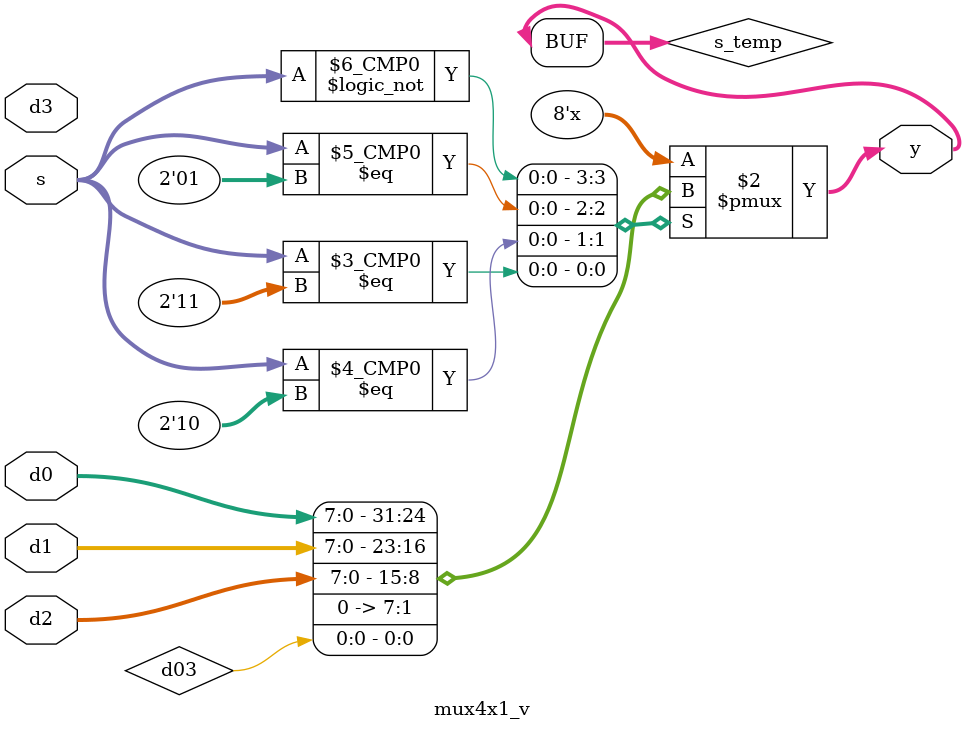
<source format=v>
`timescale 1ns / 1ps
module mux4x1_v(s, d0, d1, d2, d3, y);
parameter WIDTH = 8;

input wire [1:0] s;
input wire [WIDTH-1:0] d0, d1, d2, d3;
output wire [WIDTH-1:0] y;

reg [WIDTH-1:0] s_temp;

always@(*) begin
	case(s)
		2'b00: s_temp = d0;
		2'b01: s_temp = d1;
		2'b10: s_temp = d2;
		2'b11: s_temp = d03;
	endcase
end

assign y = s_temp;

endmodule

</source>
